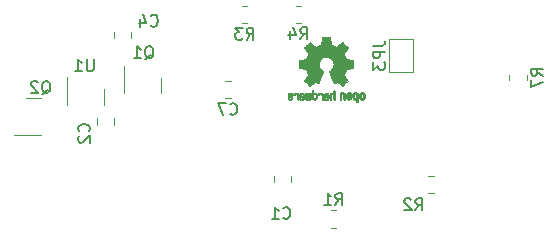
<source format=gbr>
%TF.GenerationSoftware,KiCad,Pcbnew,6.0.11-2627ca5db0~126~ubuntu22.04.1*%
%TF.CreationDate,2023-02-28T18:34:57-05:00*%
%TF.ProjectId,canbus-thermistor,63616e62-7573-42d7-9468-65726d697374,1.0*%
%TF.SameCoordinates,Original*%
%TF.FileFunction,Legend,Bot*%
%TF.FilePolarity,Positive*%
%FSLAX46Y46*%
G04 Gerber Fmt 4.6, Leading zero omitted, Abs format (unit mm)*
G04 Created by KiCad (PCBNEW 6.0.11-2627ca5db0~126~ubuntu22.04.1) date 2023-02-28 18:34:57*
%MOMM*%
%LPD*%
G01*
G04 APERTURE LIST*
%ADD10C,0.150000*%
%ADD11C,0.010000*%
%ADD12C,0.120000*%
G04 APERTURE END LIST*
D10*
%TO.C,C7*%
X78991666Y-84337142D02*
X79039285Y-84384761D01*
X79182142Y-84432380D01*
X79277380Y-84432380D01*
X79420238Y-84384761D01*
X79515476Y-84289523D01*
X79563095Y-84194285D01*
X79610714Y-84003809D01*
X79610714Y-83860952D01*
X79563095Y-83670476D01*
X79515476Y-83575238D01*
X79420238Y-83480000D01*
X79277380Y-83432380D01*
X79182142Y-83432380D01*
X79039285Y-83480000D01*
X78991666Y-83527619D01*
X78658333Y-83432380D02*
X77991666Y-83432380D01*
X78420238Y-84432380D01*
%TO.C,U1*%
X67436904Y-79727380D02*
X67436904Y-80536904D01*
X67389285Y-80632142D01*
X67341666Y-80679761D01*
X67246428Y-80727380D01*
X67055952Y-80727380D01*
X66960714Y-80679761D01*
X66913095Y-80632142D01*
X66865476Y-80536904D01*
X66865476Y-79727380D01*
X65865476Y-80727380D02*
X66436904Y-80727380D01*
X66151190Y-80727380D02*
X66151190Y-79727380D01*
X66246428Y-79870238D01*
X66341666Y-79965476D01*
X66436904Y-80013095D01*
%TO.C,R1*%
X87916666Y-92052380D02*
X88250000Y-91576190D01*
X88488095Y-92052380D02*
X88488095Y-91052380D01*
X88107142Y-91052380D01*
X88011904Y-91100000D01*
X87964285Y-91147619D01*
X87916666Y-91242857D01*
X87916666Y-91385714D01*
X87964285Y-91480952D01*
X88011904Y-91528571D01*
X88107142Y-91576190D01*
X88488095Y-91576190D01*
X86964285Y-92052380D02*
X87535714Y-92052380D01*
X87250000Y-92052380D02*
X87250000Y-91052380D01*
X87345238Y-91195238D01*
X87440476Y-91290476D01*
X87535714Y-91338095D01*
%TO.C,C1*%
X83491666Y-93157142D02*
X83539285Y-93204761D01*
X83682142Y-93252380D01*
X83777380Y-93252380D01*
X83920238Y-93204761D01*
X84015476Y-93109523D01*
X84063095Y-93014285D01*
X84110714Y-92823809D01*
X84110714Y-92680952D01*
X84063095Y-92490476D01*
X84015476Y-92395238D01*
X83920238Y-92300000D01*
X83777380Y-92252380D01*
X83682142Y-92252380D01*
X83539285Y-92300000D01*
X83491666Y-92347619D01*
X82539285Y-93252380D02*
X83110714Y-93252380D01*
X82825000Y-93252380D02*
X82825000Y-92252380D01*
X82920238Y-92395238D01*
X83015476Y-92490476D01*
X83110714Y-92538095D01*
%TO.C,R7*%
X105477380Y-81108333D02*
X105001190Y-80775000D01*
X105477380Y-80536904D02*
X104477380Y-80536904D01*
X104477380Y-80917857D01*
X104525000Y-81013095D01*
X104572619Y-81060714D01*
X104667857Y-81108333D01*
X104810714Y-81108333D01*
X104905952Y-81060714D01*
X104953571Y-81013095D01*
X105001190Y-80917857D01*
X105001190Y-80536904D01*
X104477380Y-81441666D02*
X104477380Y-82108333D01*
X105477380Y-81679761D01*
%TO.C,C4*%
X72266666Y-76857142D02*
X72314285Y-76904761D01*
X72457142Y-76952380D01*
X72552380Y-76952380D01*
X72695238Y-76904761D01*
X72790476Y-76809523D01*
X72838095Y-76714285D01*
X72885714Y-76523809D01*
X72885714Y-76380952D01*
X72838095Y-76190476D01*
X72790476Y-76095238D01*
X72695238Y-76000000D01*
X72552380Y-75952380D01*
X72457142Y-75952380D01*
X72314285Y-76000000D01*
X72266666Y-76047619D01*
X71409523Y-76285714D02*
X71409523Y-76952380D01*
X71647619Y-75904761D02*
X71885714Y-76619047D01*
X71266666Y-76619047D01*
%TO.C,R3*%
X80391666Y-78052380D02*
X80725000Y-77576190D01*
X80963095Y-78052380D02*
X80963095Y-77052380D01*
X80582142Y-77052380D01*
X80486904Y-77100000D01*
X80439285Y-77147619D01*
X80391666Y-77242857D01*
X80391666Y-77385714D01*
X80439285Y-77480952D01*
X80486904Y-77528571D01*
X80582142Y-77576190D01*
X80963095Y-77576190D01*
X80058333Y-77052380D02*
X79439285Y-77052380D01*
X79772619Y-77433333D01*
X79629761Y-77433333D01*
X79534523Y-77480952D01*
X79486904Y-77528571D01*
X79439285Y-77623809D01*
X79439285Y-77861904D01*
X79486904Y-77957142D01*
X79534523Y-78004761D01*
X79629761Y-78052380D01*
X79915476Y-78052380D01*
X80010714Y-78004761D01*
X80058333Y-77957142D01*
%TO.C,C2*%
X67032142Y-85833333D02*
X67079761Y-85785714D01*
X67127380Y-85642857D01*
X67127380Y-85547619D01*
X67079761Y-85404761D01*
X66984523Y-85309523D01*
X66889285Y-85261904D01*
X66698809Y-85214285D01*
X66555952Y-85214285D01*
X66365476Y-85261904D01*
X66270238Y-85309523D01*
X66175000Y-85404761D01*
X66127380Y-85547619D01*
X66127380Y-85642857D01*
X66175000Y-85785714D01*
X66222619Y-85833333D01*
X66222619Y-86214285D02*
X66175000Y-86261904D01*
X66127380Y-86357142D01*
X66127380Y-86595238D01*
X66175000Y-86690476D01*
X66222619Y-86738095D01*
X66317857Y-86785714D01*
X66413095Y-86785714D01*
X66555952Y-86738095D01*
X67127380Y-86166666D01*
X67127380Y-86785714D01*
%TO.C,Q2*%
X63045238Y-82672619D02*
X63140476Y-82625000D01*
X63235714Y-82529761D01*
X63378571Y-82386904D01*
X63473809Y-82339285D01*
X63569047Y-82339285D01*
X63521428Y-82577380D02*
X63616666Y-82529761D01*
X63711904Y-82434523D01*
X63759523Y-82244047D01*
X63759523Y-81910714D01*
X63711904Y-81720238D01*
X63616666Y-81625000D01*
X63521428Y-81577380D01*
X63330952Y-81577380D01*
X63235714Y-81625000D01*
X63140476Y-81720238D01*
X63092857Y-81910714D01*
X63092857Y-82244047D01*
X63140476Y-82434523D01*
X63235714Y-82529761D01*
X63330952Y-82577380D01*
X63521428Y-82577380D01*
X62711904Y-81672619D02*
X62664285Y-81625000D01*
X62569047Y-81577380D01*
X62330952Y-81577380D01*
X62235714Y-81625000D01*
X62188095Y-81672619D01*
X62140476Y-81767857D01*
X62140476Y-81863095D01*
X62188095Y-82005952D01*
X62759523Y-82577380D01*
X62140476Y-82577380D01*
%TO.C,R4*%
X84941666Y-78027380D02*
X85275000Y-77551190D01*
X85513095Y-78027380D02*
X85513095Y-77027380D01*
X85132142Y-77027380D01*
X85036904Y-77075000D01*
X84989285Y-77122619D01*
X84941666Y-77217857D01*
X84941666Y-77360714D01*
X84989285Y-77455952D01*
X85036904Y-77503571D01*
X85132142Y-77551190D01*
X85513095Y-77551190D01*
X84084523Y-77360714D02*
X84084523Y-78027380D01*
X84322619Y-76979761D02*
X84560714Y-77694047D01*
X83941666Y-77694047D01*
%TO.C,Q1*%
X71770238Y-79722619D02*
X71865476Y-79675000D01*
X71960714Y-79579761D01*
X72103571Y-79436904D01*
X72198809Y-79389285D01*
X72294047Y-79389285D01*
X72246428Y-79627380D02*
X72341666Y-79579761D01*
X72436904Y-79484523D01*
X72484523Y-79294047D01*
X72484523Y-78960714D01*
X72436904Y-78770238D01*
X72341666Y-78675000D01*
X72246428Y-78627380D01*
X72055952Y-78627380D01*
X71960714Y-78675000D01*
X71865476Y-78770238D01*
X71817857Y-78960714D01*
X71817857Y-79294047D01*
X71865476Y-79484523D01*
X71960714Y-79579761D01*
X72055952Y-79627380D01*
X72246428Y-79627380D01*
X70865476Y-79627380D02*
X71436904Y-79627380D01*
X71151190Y-79627380D02*
X71151190Y-78627380D01*
X71246428Y-78770238D01*
X71341666Y-78865476D01*
X71436904Y-78913095D01*
%TO.C,JP3*%
X91127380Y-78591666D02*
X91841666Y-78591666D01*
X91984523Y-78544047D01*
X92079761Y-78448809D01*
X92127380Y-78305952D01*
X92127380Y-78210714D01*
X92127380Y-79067857D02*
X91127380Y-79067857D01*
X91127380Y-79448809D01*
X91175000Y-79544047D01*
X91222619Y-79591666D01*
X91317857Y-79639285D01*
X91460714Y-79639285D01*
X91555952Y-79591666D01*
X91603571Y-79544047D01*
X91651190Y-79448809D01*
X91651190Y-79067857D01*
X91127380Y-79972619D02*
X91127380Y-80591666D01*
X91508333Y-80258333D01*
X91508333Y-80401190D01*
X91555952Y-80496428D01*
X91603571Y-80544047D01*
X91698809Y-80591666D01*
X91936904Y-80591666D01*
X92032142Y-80544047D01*
X92079761Y-80496428D01*
X92127380Y-80401190D01*
X92127380Y-80115476D01*
X92079761Y-80020238D01*
X92032142Y-79972619D01*
%TO.C,R2*%
X94691666Y-92502380D02*
X95025000Y-92026190D01*
X95263095Y-92502380D02*
X95263095Y-91502380D01*
X94882142Y-91502380D01*
X94786904Y-91550000D01*
X94739285Y-91597619D01*
X94691666Y-91692857D01*
X94691666Y-91835714D01*
X94739285Y-91930952D01*
X94786904Y-91978571D01*
X94882142Y-92026190D01*
X95263095Y-92026190D01*
X94310714Y-91597619D02*
X94263095Y-91550000D01*
X94167857Y-91502380D01*
X93929761Y-91502380D01*
X93834523Y-91550000D01*
X93786904Y-91597619D01*
X93739285Y-91692857D01*
X93739285Y-91788095D01*
X93786904Y-91930952D01*
X94358333Y-92502380D01*
X93739285Y-92502380D01*
%TO.C,REF\u002A\u002A*%
G36*
X85778941Y-82549282D02*
G01*
X85810774Y-82561758D01*
X85847743Y-82578602D01*
X85847743Y-83065196D01*
X85801812Y-83111127D01*
X85791320Y-83121427D01*
X85762255Y-83144320D01*
X85732943Y-83151735D01*
X85689326Y-83148321D01*
X85671568Y-83146114D01*
X85625767Y-83141445D01*
X85593743Y-83139585D01*
X85584244Y-83139869D01*
X85545274Y-83142948D01*
X85498160Y-83148321D01*
X85483085Y-83150168D01*
X85445110Y-83150893D01*
X85417325Y-83139429D01*
X85385674Y-83111127D01*
X85339743Y-83065196D01*
X85339743Y-82805055D01*
X85340101Y-82728180D01*
X85341216Y-82654886D01*
X85342952Y-82596850D01*
X85345167Y-82558663D01*
X85347721Y-82544914D01*
X85348256Y-82544951D01*
X85366808Y-82551793D01*
X85398153Y-82566868D01*
X85440608Y-82588822D01*
X85444604Y-82817240D01*
X85448600Y-83045657D01*
X85535686Y-83045657D01*
X85539657Y-82795286D01*
X85540916Y-82727227D01*
X85542718Y-82654482D01*
X85544671Y-82596730D01*
X85546612Y-82558648D01*
X85548377Y-82544914D01*
X85548885Y-82544962D01*
X85566482Y-82550015D01*
X85598834Y-82560849D01*
X85644543Y-82576783D01*
X85644765Y-82796706D01*
X85644988Y-82834909D01*
X85646531Y-82909146D01*
X85649292Y-82971145D01*
X85652977Y-83015308D01*
X85657292Y-83036041D01*
X85672732Y-83047131D01*
X85704241Y-83050556D01*
X85738886Y-83045657D01*
X85742857Y-82795286D01*
X85744278Y-82731663D01*
X85747225Y-82656356D01*
X85751079Y-82597286D01*
X85755542Y-82558718D01*
X85760317Y-82544914D01*
X85778941Y-82549282D01*
G37*
D11*
X85778941Y-82549282D02*
X85810774Y-82561758D01*
X85847743Y-82578602D01*
X85847743Y-83065196D01*
X85801812Y-83111127D01*
X85791320Y-83121427D01*
X85762255Y-83144320D01*
X85732943Y-83151735D01*
X85689326Y-83148321D01*
X85671568Y-83146114D01*
X85625767Y-83141445D01*
X85593743Y-83139585D01*
X85584244Y-83139869D01*
X85545274Y-83142948D01*
X85498160Y-83148321D01*
X85483085Y-83150168D01*
X85445110Y-83150893D01*
X85417325Y-83139429D01*
X85385674Y-83111127D01*
X85339743Y-83065196D01*
X85339743Y-82805055D01*
X85340101Y-82728180D01*
X85341216Y-82654886D01*
X85342952Y-82596850D01*
X85345167Y-82558663D01*
X85347721Y-82544914D01*
X85348256Y-82544951D01*
X85366808Y-82551793D01*
X85398153Y-82566868D01*
X85440608Y-82588822D01*
X85444604Y-82817240D01*
X85448600Y-83045657D01*
X85535686Y-83045657D01*
X85539657Y-82795286D01*
X85540916Y-82727227D01*
X85542718Y-82654482D01*
X85544671Y-82596730D01*
X85546612Y-82558648D01*
X85548377Y-82544914D01*
X85548885Y-82544962D01*
X85566482Y-82550015D01*
X85598834Y-82560849D01*
X85644543Y-82576783D01*
X85644765Y-82796706D01*
X85644988Y-82834909D01*
X85646531Y-82909146D01*
X85649292Y-82971145D01*
X85652977Y-83015308D01*
X85657292Y-83036041D01*
X85672732Y-83047131D01*
X85704241Y-83050556D01*
X85738886Y-83045657D01*
X85742857Y-82795286D01*
X85744278Y-82731663D01*
X85747225Y-82656356D01*
X85751079Y-82597286D01*
X85755542Y-82558718D01*
X85760317Y-82544914D01*
X85778941Y-82549282D01*
G36*
X90390701Y-82850935D02*
G01*
X90389914Y-82921119D01*
X90387210Y-82970022D01*
X90381606Y-83004178D01*
X90372119Y-83030124D01*
X90357768Y-83054397D01*
X90354237Y-83059433D01*
X90316878Y-83099143D01*
X90274311Y-83129092D01*
X90252452Y-83138810D01*
X90173908Y-83155020D01*
X90096231Y-83144535D01*
X90024645Y-83108707D01*
X89964374Y-83048887D01*
X89959286Y-83040873D01*
X89942730Y-82994342D01*
X89931573Y-82929552D01*
X89926160Y-82854727D01*
X89926768Y-82785513D01*
X90073248Y-82785513D01*
X90074402Y-82881399D01*
X90074866Y-82887569D01*
X90081629Y-82940478D01*
X90093671Y-82974029D01*
X90114005Y-82997016D01*
X90148097Y-83018548D01*
X90181814Y-83019680D01*
X90216543Y-82994857D01*
X90222584Y-82988325D01*
X90234417Y-82968779D01*
X90241404Y-82940386D01*
X90244727Y-82896430D01*
X90245571Y-82830192D01*
X90244125Y-82768150D01*
X90236907Y-82709042D01*
X90222006Y-82671686D01*
X90197636Y-82652152D01*
X90162008Y-82646514D01*
X90148440Y-82647635D01*
X90110430Y-82668194D01*
X90085312Y-82714299D01*
X90073248Y-82785513D01*
X89926768Y-82785513D01*
X89926833Y-82778096D01*
X89933937Y-82707882D01*
X89947815Y-82652312D01*
X89965649Y-82615301D01*
X90015855Y-82557733D01*
X90083885Y-82521962D01*
X90167158Y-82509665D01*
X90189398Y-82510331D01*
X90254891Y-82523947D01*
X90308687Y-82558249D01*
X90358057Y-82617338D01*
X90360995Y-82621722D01*
X90374287Y-82645299D01*
X90382932Y-82671949D01*
X90387904Y-82708159D01*
X90390174Y-82760413D01*
X90390678Y-82830192D01*
X90390714Y-82835200D01*
X90390701Y-82850935D01*
G37*
X90390701Y-82850935D02*
X90389914Y-82921119D01*
X90387210Y-82970022D01*
X90381606Y-83004178D01*
X90372119Y-83030124D01*
X90357768Y-83054397D01*
X90354237Y-83059433D01*
X90316878Y-83099143D01*
X90274311Y-83129092D01*
X90252452Y-83138810D01*
X90173908Y-83155020D01*
X90096231Y-83144535D01*
X90024645Y-83108707D01*
X89964374Y-83048887D01*
X89959286Y-83040873D01*
X89942730Y-82994342D01*
X89931573Y-82929552D01*
X89926160Y-82854727D01*
X89926768Y-82785513D01*
X90073248Y-82785513D01*
X90074402Y-82881399D01*
X90074866Y-82887569D01*
X90081629Y-82940478D01*
X90093671Y-82974029D01*
X90114005Y-82997016D01*
X90148097Y-83018548D01*
X90181814Y-83019680D01*
X90216543Y-82994857D01*
X90222584Y-82988325D01*
X90234417Y-82968779D01*
X90241404Y-82940386D01*
X90244727Y-82896430D01*
X90245571Y-82830192D01*
X90244125Y-82768150D01*
X90236907Y-82709042D01*
X90222006Y-82671686D01*
X90197636Y-82652152D01*
X90162008Y-82646514D01*
X90148440Y-82647635D01*
X90110430Y-82668194D01*
X90085312Y-82714299D01*
X90073248Y-82785513D01*
X89926768Y-82785513D01*
X89926833Y-82778096D01*
X89933937Y-82707882D01*
X89947815Y-82652312D01*
X89965649Y-82615301D01*
X90015855Y-82557733D01*
X90083885Y-82521962D01*
X90167158Y-82509665D01*
X90189398Y-82510331D01*
X90254891Y-82523947D01*
X90308687Y-82558249D01*
X90358057Y-82617338D01*
X90360995Y-82621722D01*
X90374287Y-82645299D01*
X90382932Y-82671949D01*
X90387904Y-82708159D01*
X90390174Y-82760413D01*
X90390678Y-82830192D01*
X90390714Y-82835200D01*
X90390701Y-82850935D01*
G36*
X84265307Y-82891305D02*
G01*
X84261762Y-82967521D01*
X84252483Y-83023294D01*
X84235375Y-83064613D01*
X84208344Y-83097467D01*
X84169292Y-83127846D01*
X84144445Y-83141660D01*
X84104615Y-83150965D01*
X84048665Y-83150230D01*
X84017385Y-83147283D01*
X83979653Y-83138283D01*
X83949494Y-83118720D01*
X83914408Y-83082267D01*
X83909720Y-83076943D01*
X83878177Y-83035969D01*
X83863128Y-83000283D01*
X83859286Y-82957966D01*
X83859286Y-82895779D01*
X83902742Y-82912182D01*
X83934424Y-82931356D01*
X83961962Y-82976347D01*
X83967711Y-82990752D01*
X83999855Y-83031546D01*
X84043611Y-83052081D01*
X84091254Y-83050235D01*
X84135057Y-83023886D01*
X84150111Y-83007455D01*
X84163763Y-82982667D01*
X84159493Y-82960144D01*
X84134916Y-82936964D01*
X84087651Y-82910202D01*
X84015314Y-82876934D01*
X83866543Y-82811816D01*
X83862595Y-82747308D01*
X83864079Y-82706220D01*
X83961010Y-82706220D01*
X83968368Y-82731657D01*
X84001848Y-82758814D01*
X84062614Y-82789714D01*
X84072669Y-82794190D01*
X84120751Y-82815017D01*
X84156726Y-82829665D01*
X84173444Y-82835200D01*
X84175977Y-82831126D01*
X84176993Y-82806247D01*
X84173369Y-82766257D01*
X84164242Y-82727152D01*
X84135773Y-82677884D01*
X84094678Y-82650122D01*
X84045590Y-82646364D01*
X83993144Y-82669109D01*
X83978609Y-82680481D01*
X83961010Y-82706220D01*
X83864079Y-82706220D01*
X83864338Y-82699064D01*
X83886281Y-82638096D01*
X83913979Y-82604497D01*
X83971405Y-82566966D01*
X84039527Y-82548006D01*
X84109947Y-82549507D01*
X84174267Y-82573355D01*
X84188426Y-82582513D01*
X84220904Y-82610849D01*
X84243116Y-82646695D01*
X84256804Y-82695384D01*
X84263715Y-82762249D01*
X84264628Y-82806247D01*
X84265590Y-82852622D01*
X84265307Y-82891305D01*
G37*
X84265307Y-82891305D02*
X84261762Y-82967521D01*
X84252483Y-83023294D01*
X84235375Y-83064613D01*
X84208344Y-83097467D01*
X84169292Y-83127846D01*
X84144445Y-83141660D01*
X84104615Y-83150965D01*
X84048665Y-83150230D01*
X84017385Y-83147283D01*
X83979653Y-83138283D01*
X83949494Y-83118720D01*
X83914408Y-83082267D01*
X83909720Y-83076943D01*
X83878177Y-83035969D01*
X83863128Y-83000283D01*
X83859286Y-82957966D01*
X83859286Y-82895779D01*
X83902742Y-82912182D01*
X83934424Y-82931356D01*
X83961962Y-82976347D01*
X83967711Y-82990752D01*
X83999855Y-83031546D01*
X84043611Y-83052081D01*
X84091254Y-83050235D01*
X84135057Y-83023886D01*
X84150111Y-83007455D01*
X84163763Y-82982667D01*
X84159493Y-82960144D01*
X84134916Y-82936964D01*
X84087651Y-82910202D01*
X84015314Y-82876934D01*
X83866543Y-82811816D01*
X83862595Y-82747308D01*
X83864079Y-82706220D01*
X83961010Y-82706220D01*
X83968368Y-82731657D01*
X84001848Y-82758814D01*
X84062614Y-82789714D01*
X84072669Y-82794190D01*
X84120751Y-82815017D01*
X84156726Y-82829665D01*
X84173444Y-82835200D01*
X84175977Y-82831126D01*
X84176993Y-82806247D01*
X84173369Y-82766257D01*
X84164242Y-82727152D01*
X84135773Y-82677884D01*
X84094678Y-82650122D01*
X84045590Y-82646364D01*
X83993144Y-82669109D01*
X83978609Y-82680481D01*
X83961010Y-82706220D01*
X83864079Y-82706220D01*
X83864338Y-82699064D01*
X83886281Y-82638096D01*
X83913979Y-82604497D01*
X83971405Y-82566966D01*
X84039527Y-82548006D01*
X84109947Y-82549507D01*
X84174267Y-82573355D01*
X84188426Y-82582513D01*
X84220904Y-82610849D01*
X84243116Y-82646695D01*
X84256804Y-82695384D01*
X84263715Y-82762249D01*
X84264628Y-82806247D01*
X84265590Y-82852622D01*
X84265307Y-82891305D01*
G36*
X88556020Y-82517822D02*
G01*
X88623810Y-82549680D01*
X88679366Y-82604770D01*
X88690881Y-82622016D01*
X88700432Y-82641562D01*
X88707206Y-82666198D01*
X88711819Y-82700711D01*
X88714888Y-82749889D01*
X88717029Y-82818519D01*
X88718859Y-82911389D01*
X88723404Y-83169007D01*
X88685225Y-83154491D01*
X88650268Y-83141156D01*
X88624097Y-83128323D01*
X88607013Y-83111780D01*
X88597086Y-83086465D01*
X88592386Y-83047316D01*
X88590982Y-82989268D01*
X88590943Y-82907261D01*
X88590744Y-82841895D01*
X88589559Y-82779173D01*
X88586729Y-82736334D01*
X88581609Y-82708220D01*
X88573553Y-82689675D01*
X88561914Y-82675543D01*
X88533303Y-82655600D01*
X88485239Y-82648083D01*
X88437688Y-82667079D01*
X88434550Y-82669511D01*
X88424769Y-82680748D01*
X88417553Y-82698770D01*
X88412299Y-82728026D01*
X88408402Y-82772962D01*
X88405256Y-82838028D01*
X88402257Y-82927670D01*
X88395000Y-83167697D01*
X88333314Y-83140044D01*
X88271629Y-83112391D01*
X88271629Y-82893246D01*
X88271884Y-82833711D01*
X88274086Y-82750892D01*
X88279661Y-82689227D01*
X88289941Y-82643748D01*
X88306258Y-82609484D01*
X88329943Y-82581466D01*
X88362328Y-82554723D01*
X88408907Y-82527780D01*
X88482287Y-82510191D01*
X88556020Y-82517822D01*
G37*
X88556020Y-82517822D02*
X88623810Y-82549680D01*
X88679366Y-82604770D01*
X88690881Y-82622016D01*
X88700432Y-82641562D01*
X88707206Y-82666198D01*
X88711819Y-82700711D01*
X88714888Y-82749889D01*
X88717029Y-82818519D01*
X88718859Y-82911389D01*
X88723404Y-83169007D01*
X88685225Y-83154491D01*
X88650268Y-83141156D01*
X88624097Y-83128323D01*
X88607013Y-83111780D01*
X88597086Y-83086465D01*
X88592386Y-83047316D01*
X88590982Y-82989268D01*
X88590943Y-82907261D01*
X88590744Y-82841895D01*
X88589559Y-82779173D01*
X88586729Y-82736334D01*
X88581609Y-82708220D01*
X88573553Y-82689675D01*
X88561914Y-82675543D01*
X88533303Y-82655600D01*
X88485239Y-82648083D01*
X88437688Y-82667079D01*
X88434550Y-82669511D01*
X88424769Y-82680748D01*
X88417553Y-82698770D01*
X88412299Y-82728026D01*
X88408402Y-82772962D01*
X88405256Y-82838028D01*
X88402257Y-82927670D01*
X88395000Y-83167697D01*
X88333314Y-83140044D01*
X88271629Y-83112391D01*
X88271629Y-82893246D01*
X88271884Y-82833711D01*
X88274086Y-82750892D01*
X88279661Y-82689227D01*
X88289941Y-82643748D01*
X88306258Y-82609484D01*
X88329943Y-82581466D01*
X88362328Y-82554723D01*
X88408907Y-82527780D01*
X88482287Y-82510191D01*
X88556020Y-82517822D01*
G36*
X84607829Y-82551097D02*
G01*
X84667753Y-82573355D01*
X84692673Y-82590080D01*
X84717910Y-82614043D01*
X84735912Y-82644526D01*
X84747858Y-82686023D01*
X84754930Y-82743032D01*
X84758308Y-82820047D01*
X84759171Y-82921565D01*
X84759002Y-82974027D01*
X84758153Y-83045715D01*
X84756711Y-83102925D01*
X84754814Y-83140809D01*
X84752597Y-83154514D01*
X84738172Y-83149981D01*
X84709054Y-83137670D01*
X84708181Y-83137272D01*
X84693060Y-83129356D01*
X84682891Y-83118495D01*
X84676691Y-83099471D01*
X84673478Y-83067069D01*
X84672270Y-83016071D01*
X84672086Y-82941261D01*
X84671714Y-82893804D01*
X84667750Y-82804615D01*
X84658673Y-82739287D01*
X84643524Y-82694393D01*
X84621345Y-82666507D01*
X84591175Y-82652203D01*
X84586990Y-82651206D01*
X84530480Y-82650427D01*
X84486410Y-82675744D01*
X84455972Y-82726502D01*
X84450544Y-82741175D01*
X84438171Y-82773649D01*
X84431905Y-82788572D01*
X84419036Y-82786516D01*
X84390933Y-82775357D01*
X84364721Y-82756927D01*
X84352771Y-82722098D01*
X84356336Y-82697151D01*
X84378235Y-82646547D01*
X84413644Y-82599128D01*
X84455052Y-82566334D01*
X84472400Y-82558752D01*
X84538089Y-82546076D01*
X84607829Y-82551097D01*
G37*
X84607829Y-82551097D02*
X84667753Y-82573355D01*
X84692673Y-82590080D01*
X84717910Y-82614043D01*
X84735912Y-82644526D01*
X84747858Y-82686023D01*
X84754930Y-82743032D01*
X84758308Y-82820047D01*
X84759171Y-82921565D01*
X84759002Y-82974027D01*
X84758153Y-83045715D01*
X84756711Y-83102925D01*
X84754814Y-83140809D01*
X84752597Y-83154514D01*
X84738172Y-83149981D01*
X84709054Y-83137670D01*
X84708181Y-83137272D01*
X84693060Y-83129356D01*
X84682891Y-83118495D01*
X84676691Y-83099471D01*
X84673478Y-83067069D01*
X84672270Y-83016071D01*
X84672086Y-82941261D01*
X84671714Y-82893804D01*
X84667750Y-82804615D01*
X84658673Y-82739287D01*
X84643524Y-82694393D01*
X84621345Y-82666507D01*
X84591175Y-82652203D01*
X84586990Y-82651206D01*
X84530480Y-82650427D01*
X84486410Y-82675744D01*
X84455972Y-82726502D01*
X84450544Y-82741175D01*
X84438171Y-82773649D01*
X84431905Y-82788572D01*
X84419036Y-82786516D01*
X84390933Y-82775357D01*
X84364721Y-82756927D01*
X84352771Y-82722098D01*
X84356336Y-82697151D01*
X84378235Y-82646547D01*
X84413644Y-82599128D01*
X84455052Y-82566334D01*
X84472400Y-82558752D01*
X84538089Y-82546076D01*
X84607829Y-82551097D01*
G36*
X86354537Y-82906313D02*
G01*
X86346345Y-82983462D01*
X86328519Y-83041276D01*
X86298975Y-83085422D01*
X86255625Y-83121568D01*
X86214332Y-83142463D01*
X86144987Y-83154090D01*
X86075736Y-83141377D01*
X86013145Y-83105945D01*
X85963779Y-83049418D01*
X85957818Y-83038995D01*
X85949945Y-83020733D01*
X85944106Y-82997429D01*
X85939999Y-82965085D01*
X85937325Y-82919704D01*
X85935781Y-82857287D01*
X85935734Y-82851748D01*
X86036429Y-82851748D01*
X86036772Y-82904577D01*
X86038942Y-82952362D01*
X86044307Y-82983209D01*
X86054217Y-83003935D01*
X86070021Y-83021356D01*
X86073724Y-83024705D01*
X86121299Y-83049419D01*
X86171635Y-83046890D01*
X86218517Y-83017288D01*
X86232477Y-83001953D01*
X86244160Y-82981622D01*
X86250686Y-82953514D01*
X86253524Y-82910550D01*
X86254143Y-82845647D01*
X86253837Y-82796122D01*
X86251722Y-82747782D01*
X86246390Y-82716587D01*
X86236460Y-82695647D01*
X86220550Y-82678073D01*
X86211204Y-82670159D01*
X86162776Y-82648843D01*
X86112040Y-82652198D01*
X86067987Y-82680107D01*
X86058504Y-82691173D01*
X86046939Y-82712009D01*
X86040252Y-82741106D01*
X86037173Y-82785381D01*
X86036429Y-82851748D01*
X85935734Y-82851748D01*
X85935067Y-82773837D01*
X85934883Y-82665358D01*
X85934829Y-82328601D01*
X85982000Y-82348362D01*
X85994472Y-82353770D01*
X86014324Y-82365985D01*
X86025687Y-82384482D01*
X86031933Y-82416829D01*
X86036429Y-82470593D01*
X86040535Y-82518866D01*
X86045963Y-82550557D01*
X86053739Y-82562383D01*
X86065457Y-82559212D01*
X86095318Y-82548067D01*
X86148684Y-82545304D01*
X86206093Y-82555625D01*
X86255625Y-82577861D01*
X86282876Y-82598443D01*
X86317865Y-82638600D01*
X86340274Y-82690086D01*
X86352190Y-82758568D01*
X86355542Y-82845647D01*
X86355698Y-82849714D01*
X86354537Y-82906313D01*
G37*
X86354537Y-82906313D02*
X86346345Y-82983462D01*
X86328519Y-83041276D01*
X86298975Y-83085422D01*
X86255625Y-83121568D01*
X86214332Y-83142463D01*
X86144987Y-83154090D01*
X86075736Y-83141377D01*
X86013145Y-83105945D01*
X85963779Y-83049418D01*
X85957818Y-83038995D01*
X85949945Y-83020733D01*
X85944106Y-82997429D01*
X85939999Y-82965085D01*
X85937325Y-82919704D01*
X85935781Y-82857287D01*
X85935734Y-82851748D01*
X86036429Y-82851748D01*
X86036772Y-82904577D01*
X86038942Y-82952362D01*
X86044307Y-82983209D01*
X86054217Y-83003935D01*
X86070021Y-83021356D01*
X86073724Y-83024705D01*
X86121299Y-83049419D01*
X86171635Y-83046890D01*
X86218517Y-83017288D01*
X86232477Y-83001953D01*
X86244160Y-82981622D01*
X86250686Y-82953514D01*
X86253524Y-82910550D01*
X86254143Y-82845647D01*
X86253837Y-82796122D01*
X86251722Y-82747782D01*
X86246390Y-82716587D01*
X86236460Y-82695647D01*
X86220550Y-82678073D01*
X86211204Y-82670159D01*
X86162776Y-82648843D01*
X86112040Y-82652198D01*
X86067987Y-82680107D01*
X86058504Y-82691173D01*
X86046939Y-82712009D01*
X86040252Y-82741106D01*
X86037173Y-82785381D01*
X86036429Y-82851748D01*
X85935734Y-82851748D01*
X85935067Y-82773837D01*
X85934883Y-82665358D01*
X85934829Y-82328601D01*
X85982000Y-82348362D01*
X85994472Y-82353770D01*
X86014324Y-82365985D01*
X86025687Y-82384482D01*
X86031933Y-82416829D01*
X86036429Y-82470593D01*
X86040535Y-82518866D01*
X86045963Y-82550557D01*
X86053739Y-82562383D01*
X86065457Y-82559212D01*
X86095318Y-82548067D01*
X86148684Y-82545304D01*
X86206093Y-82555625D01*
X86255625Y-82577861D01*
X86282876Y-82598443D01*
X86317865Y-82638600D01*
X86340274Y-82690086D01*
X86352190Y-82758568D01*
X86355542Y-82845647D01*
X86355698Y-82849714D01*
X86354537Y-82906313D01*
G36*
X87803543Y-82349444D02*
G01*
X87850714Y-82369342D01*
X87850714Y-82766509D01*
X87850519Y-82869498D01*
X87849998Y-82962141D01*
X87849199Y-83040700D01*
X87848172Y-83101439D01*
X87846963Y-83140623D01*
X87845623Y-83154514D01*
X87845099Y-83154468D01*
X87827287Y-83149420D01*
X87794823Y-83138580D01*
X87749114Y-83122646D01*
X87749114Y-82918173D01*
X87748824Y-82837832D01*
X87747474Y-82779562D01*
X87744369Y-82739909D01*
X87738812Y-82713618D01*
X87730107Y-82695436D01*
X87717556Y-82680107D01*
X87708999Y-82671955D01*
X87662728Y-82649375D01*
X87611728Y-82651375D01*
X87564993Y-82678073D01*
X87558189Y-82684698D01*
X87547293Y-82698456D01*
X87539836Y-82716642D01*
X87535169Y-82744177D01*
X87532642Y-82785981D01*
X87531602Y-82846973D01*
X87531400Y-82932073D01*
X87531303Y-82975234D01*
X87530674Y-83046224D01*
X87529556Y-83103076D01*
X87528063Y-83140828D01*
X87526309Y-83154514D01*
X87525785Y-83154468D01*
X87507973Y-83149420D01*
X87475509Y-83138580D01*
X87429800Y-83122646D01*
X87429823Y-82917237D01*
X87429857Y-82898951D01*
X87431778Y-82803626D01*
X87437678Y-82731543D01*
X87449001Y-82677813D01*
X87467187Y-82637549D01*
X87493679Y-82605861D01*
X87529918Y-82577861D01*
X87565263Y-82560333D01*
X87621773Y-82546785D01*
X87677356Y-82546015D01*
X87720086Y-82559195D01*
X87723298Y-82561015D01*
X87733205Y-82560820D01*
X87739975Y-82545572D01*
X87744861Y-82510613D01*
X87749114Y-82451289D01*
X87756371Y-82329547D01*
X87803543Y-82349444D01*
G37*
X87803543Y-82349444D02*
X87850714Y-82369342D01*
X87850714Y-82766509D01*
X87850519Y-82869498D01*
X87849998Y-82962141D01*
X87849199Y-83040700D01*
X87848172Y-83101439D01*
X87846963Y-83140623D01*
X87845623Y-83154514D01*
X87845099Y-83154468D01*
X87827287Y-83149420D01*
X87794823Y-83138580D01*
X87749114Y-83122646D01*
X87749114Y-82918173D01*
X87748824Y-82837832D01*
X87747474Y-82779562D01*
X87744369Y-82739909D01*
X87738812Y-82713618D01*
X87730107Y-82695436D01*
X87717556Y-82680107D01*
X87708999Y-82671955D01*
X87662728Y-82649375D01*
X87611728Y-82651375D01*
X87564993Y-82678073D01*
X87558189Y-82684698D01*
X87547293Y-82698456D01*
X87539836Y-82716642D01*
X87535169Y-82744177D01*
X87532642Y-82785981D01*
X87531602Y-82846973D01*
X87531400Y-82932073D01*
X87531303Y-82975234D01*
X87530674Y-83046224D01*
X87529556Y-83103076D01*
X87528063Y-83140828D01*
X87526309Y-83154514D01*
X87525785Y-83154468D01*
X87507973Y-83149420D01*
X87475509Y-83138580D01*
X87429800Y-83122646D01*
X87429823Y-82917237D01*
X87429857Y-82898951D01*
X87431778Y-82803626D01*
X87437678Y-82731543D01*
X87449001Y-82677813D01*
X87467187Y-82637549D01*
X87493679Y-82605861D01*
X87529918Y-82577861D01*
X87565263Y-82560333D01*
X87621773Y-82546785D01*
X87677356Y-82546015D01*
X87720086Y-82559195D01*
X87723298Y-82561015D01*
X87733205Y-82560820D01*
X87739975Y-82545572D01*
X87744861Y-82510613D01*
X87749114Y-82451289D01*
X87756371Y-82329547D01*
X87803543Y-82349444D01*
G36*
X87214483Y-82560569D02*
G01*
X87264376Y-82589661D01*
X87286325Y-82612327D01*
X87328504Y-82680082D01*
X87342714Y-82753950D01*
X87342714Y-82804770D01*
X87295999Y-82785128D01*
X87263692Y-82765308D01*
X87238231Y-82724160D01*
X87235616Y-82715675D01*
X87207478Y-82672451D01*
X87165067Y-82649103D01*
X87116370Y-82648100D01*
X87069373Y-82671914D01*
X87062357Y-82678056D01*
X87038893Y-82704745D01*
X87035019Y-82728014D01*
X87052768Y-82750862D01*
X87094179Y-82776287D01*
X87161286Y-82807288D01*
X87165824Y-82809252D01*
X87240322Y-82843990D01*
X87291203Y-82874763D01*
X87322525Y-82905488D01*
X87338343Y-82940082D01*
X87342714Y-82982462D01*
X87336986Y-83029446D01*
X87308062Y-83089585D01*
X87257178Y-83132788D01*
X87220374Y-83145759D01*
X87168434Y-83152856D01*
X87117999Y-83151340D01*
X87081983Y-83140632D01*
X87078158Y-83137966D01*
X87067998Y-83119337D01*
X87075048Y-83086505D01*
X87087297Y-83060735D01*
X87106939Y-83050006D01*
X87144191Y-83050539D01*
X87195908Y-83047462D01*
X87229701Y-83026212D01*
X87241114Y-82986877D01*
X87241104Y-82985747D01*
X87234187Y-82962913D01*
X87210659Y-82941963D01*
X87164914Y-82917815D01*
X87102704Y-82888741D01*
X87061499Y-82872925D01*
X87037712Y-82873944D01*
X87026597Y-82894837D01*
X87023408Y-82938641D01*
X87023400Y-83008393D01*
X87023044Y-83051452D01*
X87021413Y-83104626D01*
X87018761Y-83141022D01*
X87015422Y-83154514D01*
X87014530Y-83154423D01*
X86995237Y-83147110D01*
X86963284Y-83131678D01*
X86919124Y-83108842D01*
X86924371Y-82903078D01*
X86924736Y-82889432D01*
X86928904Y-82793651D01*
X86936268Y-82721462D01*
X86948330Y-82668058D01*
X86966593Y-82628633D01*
X86992560Y-82598380D01*
X87027733Y-82572493D01*
X87028384Y-82572087D01*
X87085256Y-82550968D01*
X87151033Y-82547400D01*
X87214483Y-82560569D01*
G37*
X87214483Y-82560569D02*
X87264376Y-82589661D01*
X87286325Y-82612327D01*
X87328504Y-82680082D01*
X87342714Y-82753950D01*
X87342714Y-82804770D01*
X87295999Y-82785128D01*
X87263692Y-82765308D01*
X87238231Y-82724160D01*
X87235616Y-82715675D01*
X87207478Y-82672451D01*
X87165067Y-82649103D01*
X87116370Y-82648100D01*
X87069373Y-82671914D01*
X87062357Y-82678056D01*
X87038893Y-82704745D01*
X87035019Y-82728014D01*
X87052768Y-82750862D01*
X87094179Y-82776287D01*
X87161286Y-82807288D01*
X87165824Y-82809252D01*
X87240322Y-82843990D01*
X87291203Y-82874763D01*
X87322525Y-82905488D01*
X87338343Y-82940082D01*
X87342714Y-82982462D01*
X87336986Y-83029446D01*
X87308062Y-83089585D01*
X87257178Y-83132788D01*
X87220374Y-83145759D01*
X87168434Y-83152856D01*
X87117999Y-83151340D01*
X87081983Y-83140632D01*
X87078158Y-83137966D01*
X87067998Y-83119337D01*
X87075048Y-83086505D01*
X87087297Y-83060735D01*
X87106939Y-83050006D01*
X87144191Y-83050539D01*
X87195908Y-83047462D01*
X87229701Y-83026212D01*
X87241114Y-82986877D01*
X87241104Y-82985747D01*
X87234187Y-82962913D01*
X87210659Y-82941963D01*
X87164914Y-82917815D01*
X87102704Y-82888741D01*
X87061499Y-82872925D01*
X87037712Y-82873944D01*
X87026597Y-82894837D01*
X87023408Y-82938641D01*
X87023400Y-83008393D01*
X87023044Y-83051452D01*
X87021413Y-83104626D01*
X87018761Y-83141022D01*
X87015422Y-83154514D01*
X87014530Y-83154423D01*
X86995237Y-83147110D01*
X86963284Y-83131678D01*
X86919124Y-83108842D01*
X86924371Y-82903078D01*
X86924736Y-82889432D01*
X86928904Y-82793651D01*
X86936268Y-82721462D01*
X86948330Y-82668058D01*
X86966593Y-82628633D01*
X86992560Y-82598380D01*
X87027733Y-82572493D01*
X87028384Y-82572087D01*
X87085256Y-82550968D01*
X87151033Y-82547400D01*
X87214483Y-82560569D01*
G36*
X87238933Y-77842371D02*
G01*
X87314856Y-77842865D01*
X87369491Y-77844135D01*
X87406500Y-77846547D01*
X87429547Y-77850467D01*
X87442296Y-77856262D01*
X87448411Y-77864299D01*
X87451556Y-77874943D01*
X87451646Y-77875325D01*
X87456814Y-77900347D01*
X87466209Y-77948681D01*
X87478867Y-78015260D01*
X87493825Y-78095014D01*
X87510119Y-78182875D01*
X87511448Y-78190064D01*
X87527691Y-78275340D01*
X87542805Y-78350242D01*
X87555808Y-78410219D01*
X87565715Y-78450717D01*
X87571544Y-78467184D01*
X87571575Y-78467210D01*
X87589943Y-78476320D01*
X87627640Y-78491457D01*
X87676543Y-78509358D01*
X87679297Y-78510330D01*
X87741817Y-78533959D01*
X87814543Y-78563595D01*
X87882294Y-78593062D01*
X87993703Y-78643626D01*
X88240399Y-78475160D01*
X88257775Y-78463311D01*
X88332202Y-78412947D01*
X88398614Y-78368612D01*
X88453039Y-78332916D01*
X88491506Y-78308471D01*
X88510042Y-78297889D01*
X88522743Y-78300315D01*
X88551579Y-78319110D01*
X88596143Y-78356330D01*
X88657670Y-78413020D01*
X88737398Y-78490227D01*
X88744532Y-78497255D01*
X88807796Y-78560222D01*
X88863990Y-78617268D01*
X88909677Y-78664817D01*
X88941414Y-78699297D01*
X88955764Y-78717131D01*
X88955810Y-78717217D01*
X88957633Y-78730795D01*
X88950910Y-78752820D01*
X88933946Y-78786304D01*
X88905044Y-78834261D01*
X88862508Y-78899704D01*
X88804644Y-78985645D01*
X88794783Y-79000151D01*
X88744913Y-79073635D01*
X88700905Y-79138687D01*
X88665380Y-79191417D01*
X88640959Y-79227936D01*
X88630264Y-79244356D01*
X88629458Y-79247834D01*
X88634518Y-79273785D01*
X88649677Y-79316159D01*
X88672463Y-79367728D01*
X88703429Y-79435170D01*
X88738004Y-79515195D01*
X88767366Y-79587629D01*
X88774645Y-79606377D01*
X88793710Y-79654246D01*
X88807715Y-79687596D01*
X88814041Y-79700114D01*
X88821025Y-79701050D01*
X88852413Y-79706461D01*
X88903787Y-79715806D01*
X88969802Y-79728069D01*
X89045113Y-79742232D01*
X89124375Y-79757280D01*
X89202243Y-79772195D01*
X89273370Y-79785961D01*
X89332412Y-79797562D01*
X89374022Y-79805980D01*
X89392857Y-79810199D01*
X89395980Y-79811389D01*
X89403591Y-79817805D01*
X89409254Y-79831465D01*
X89413251Y-79855999D01*
X89415866Y-79895038D01*
X89417384Y-79952213D01*
X89418086Y-80031154D01*
X89418257Y-80135492D01*
X89418257Y-80452799D01*
X89342057Y-80467839D01*
X89332840Y-80469642D01*
X89283891Y-80478980D01*
X89216205Y-80491669D01*
X89137478Y-80506273D01*
X89055400Y-80521355D01*
X89023078Y-80527422D01*
X88950855Y-80542181D01*
X88890666Y-80556137D01*
X88848040Y-80567952D01*
X88828510Y-80576287D01*
X88819660Y-80589905D01*
X88803548Y-80625938D01*
X88787065Y-80672572D01*
X88781263Y-80690034D01*
X88759906Y-80747358D01*
X88732359Y-80815201D01*
X88703107Y-80882355D01*
X88687463Y-80917430D01*
X88665174Y-80969822D01*
X88649857Y-81009058D01*
X88644162Y-81028563D01*
X88644478Y-81030036D01*
X88655281Y-81050729D01*
X88679638Y-81090665D01*
X88715081Y-81145972D01*
X88759136Y-81212781D01*
X88809332Y-81287220D01*
X88974501Y-81529623D01*
X88757503Y-81746983D01*
X88736516Y-81767899D01*
X88672342Y-81830505D01*
X88614990Y-81884495D01*
X88567820Y-81926826D01*
X88534192Y-81954457D01*
X88517467Y-81964343D01*
X88499303Y-81956821D01*
X88461265Y-81935227D01*
X88407726Y-81902151D01*
X88342884Y-81860191D01*
X88270940Y-81811943D01*
X88200275Y-81764291D01*
X88136526Y-81722328D01*
X88084513Y-81689165D01*
X88048279Y-81667378D01*
X88031867Y-81659543D01*
X88030905Y-81659614D01*
X88009103Y-81667338D01*
X87970440Y-81685323D01*
X87922612Y-81710013D01*
X87922110Y-81710284D01*
X87858587Y-81742099D01*
X87815060Y-81757642D01*
X87788052Y-81757685D01*
X87774090Y-81743000D01*
X87768180Y-81728544D01*
X87752229Y-81689831D01*
X87727660Y-81630316D01*
X87695779Y-81553165D01*
X87657893Y-81461541D01*
X87615310Y-81358607D01*
X87569337Y-81247526D01*
X87527667Y-81146472D01*
X87485268Y-81042780D01*
X87447756Y-80950119D01*
X87416388Y-80871642D01*
X87392425Y-80810500D01*
X87377123Y-80769843D01*
X87371743Y-80752825D01*
X87382018Y-80737219D01*
X87410563Y-80711162D01*
X87450971Y-80680887D01*
X87547979Y-80601684D01*
X87634793Y-80500475D01*
X87698322Y-80389116D01*
X87738177Y-80270893D01*
X87753965Y-80149095D01*
X87745296Y-80027010D01*
X87711778Y-79907925D01*
X87653021Y-79795129D01*
X87568632Y-79691911D01*
X87524631Y-79651713D01*
X87419211Y-79580638D01*
X87306410Y-79534301D01*
X87189525Y-79511599D01*
X87071853Y-79511428D01*
X86956690Y-79532687D01*
X86847335Y-79574270D01*
X86747083Y-79635076D01*
X86659233Y-79714001D01*
X86587080Y-79809941D01*
X86533922Y-79921795D01*
X86503057Y-80048457D01*
X86497392Y-80109507D01*
X86505185Y-80241776D01*
X86540284Y-80367266D01*
X86601649Y-80483759D01*
X86688243Y-80589039D01*
X86799029Y-80680887D01*
X86837931Y-80709930D01*
X86867104Y-80736272D01*
X86878257Y-80752800D01*
X86873810Y-80767209D01*
X86859378Y-80805815D01*
X86836173Y-80865201D01*
X86805452Y-80942215D01*
X86768474Y-81033703D01*
X86726496Y-81136516D01*
X86680778Y-81247502D01*
X86639178Y-81348072D01*
X86596222Y-81451947D01*
X86557829Y-81544819D01*
X86525305Y-81623525D01*
X86499958Y-81684899D01*
X86483095Y-81725779D01*
X86476025Y-81743000D01*
X86475943Y-81743204D01*
X86461798Y-81757745D01*
X86434659Y-81757579D01*
X86391023Y-81741927D01*
X86327388Y-81710013D01*
X86322379Y-81707326D01*
X86275125Y-81683150D01*
X86237811Y-81666037D01*
X86218133Y-81659543D01*
X86202005Y-81667218D01*
X86165959Y-81688871D01*
X86114092Y-81721928D01*
X86050445Y-81763810D01*
X85979060Y-81811943D01*
X85908724Y-81859131D01*
X85843670Y-81901267D01*
X85789820Y-81934578D01*
X85751374Y-81956469D01*
X85732534Y-81964343D01*
X85729325Y-81963343D01*
X85706954Y-81947584D01*
X85668733Y-81915033D01*
X85618021Y-81868733D01*
X85558181Y-81811726D01*
X85492571Y-81747058D01*
X85275648Y-81529772D01*
X85444601Y-81281253D01*
X85613553Y-81032733D01*
X85562183Y-80921595D01*
X85562031Y-80921266D01*
X85531183Y-80850418D01*
X85499661Y-80771523D01*
X85474266Y-80701600D01*
X85470423Y-80690322D01*
X85451047Y-80637967D01*
X85433574Y-80597283D01*
X85421388Y-80576287D01*
X85416426Y-80573322D01*
X85386634Y-80563375D01*
X85336047Y-80550505D01*
X85270194Y-80536053D01*
X85194600Y-80521355D01*
X85171957Y-80517210D01*
X85090038Y-80502116D01*
X85013600Y-80487899D01*
X84950337Y-80475995D01*
X84907943Y-80467839D01*
X84831743Y-80452799D01*
X84831743Y-80135492D01*
X84831760Y-80096476D01*
X84832082Y-80001292D01*
X84833033Y-79930255D01*
X84834896Y-79879734D01*
X84837955Y-79846098D01*
X84842494Y-79825718D01*
X84848795Y-79814962D01*
X84857143Y-79810199D01*
X84865224Y-79808270D01*
X84898172Y-79801445D01*
X84950736Y-79791022D01*
X85017569Y-79778018D01*
X85093328Y-79763449D01*
X85172665Y-79748333D01*
X85250237Y-79733685D01*
X85320698Y-79720523D01*
X85378702Y-79709863D01*
X85418904Y-79702721D01*
X85435959Y-79700114D01*
X85437112Y-79698541D01*
X85446385Y-79678119D01*
X85462432Y-79639045D01*
X85482635Y-79587629D01*
X85510672Y-79518353D01*
X85545186Y-79438290D01*
X85577538Y-79367728D01*
X85584952Y-79351889D01*
X85605755Y-79302293D01*
X85618219Y-79264038D01*
X85619863Y-79244356D01*
X85619015Y-79242962D01*
X85605548Y-79222420D01*
X85578850Y-79182516D01*
X85541539Y-79127140D01*
X85496234Y-79060177D01*
X85445552Y-78985517D01*
X85388445Y-78900692D01*
X85345607Y-78834800D01*
X85316460Y-78786478D01*
X85299317Y-78752733D01*
X85292495Y-78730572D01*
X85294306Y-78717002D01*
X85294915Y-78715984D01*
X85311297Y-78696210D01*
X85344695Y-78660175D01*
X85391671Y-78611451D01*
X85448786Y-78553612D01*
X85512603Y-78490227D01*
X85578802Y-78425905D01*
X85643648Y-78365447D01*
X85691299Y-78324655D01*
X85722990Y-78302484D01*
X85739958Y-78297889D01*
X85742175Y-78298921D01*
X85765524Y-78312837D01*
X85807912Y-78340030D01*
X85865369Y-78377889D01*
X85933923Y-78423803D01*
X86009601Y-78475160D01*
X86256298Y-78643626D01*
X86367706Y-78593062D01*
X86370943Y-78591597D01*
X86439343Y-78561965D01*
X86511907Y-78532493D01*
X86573457Y-78509358D01*
X86573729Y-78509262D01*
X86622595Y-78491367D01*
X86660212Y-78476253D01*
X86678457Y-78467184D01*
X86678752Y-78466855D01*
X86684946Y-78448282D01*
X86695139Y-78406045D01*
X86708348Y-78344696D01*
X86723590Y-78268789D01*
X86739881Y-78182875D01*
X86740449Y-78179796D01*
X86756713Y-78092128D01*
X86771608Y-78012741D01*
X86784171Y-77946701D01*
X86793438Y-77899079D01*
X86798444Y-77874943D01*
X86798764Y-77873605D01*
X86802060Y-77863273D01*
X86808738Y-77855506D01*
X86822462Y-77849940D01*
X86846895Y-77846207D01*
X86885702Y-77843942D01*
X86942546Y-77842778D01*
X87021090Y-77842348D01*
X87125000Y-77842286D01*
X87138056Y-77842286D01*
X87238933Y-77842371D01*
G37*
X87238933Y-77842371D02*
X87314856Y-77842865D01*
X87369491Y-77844135D01*
X87406500Y-77846547D01*
X87429547Y-77850467D01*
X87442296Y-77856262D01*
X87448411Y-77864299D01*
X87451556Y-77874943D01*
X87451646Y-77875325D01*
X87456814Y-77900347D01*
X87466209Y-77948681D01*
X87478867Y-78015260D01*
X87493825Y-78095014D01*
X87510119Y-78182875D01*
X87511448Y-78190064D01*
X87527691Y-78275340D01*
X87542805Y-78350242D01*
X87555808Y-78410219D01*
X87565715Y-78450717D01*
X87571544Y-78467184D01*
X87571575Y-78467210D01*
X87589943Y-78476320D01*
X87627640Y-78491457D01*
X87676543Y-78509358D01*
X87679297Y-78510330D01*
X87741817Y-78533959D01*
X87814543Y-78563595D01*
X87882294Y-78593062D01*
X87993703Y-78643626D01*
X88240399Y-78475160D01*
X88257775Y-78463311D01*
X88332202Y-78412947D01*
X88398614Y-78368612D01*
X88453039Y-78332916D01*
X88491506Y-78308471D01*
X88510042Y-78297889D01*
X88522743Y-78300315D01*
X88551579Y-78319110D01*
X88596143Y-78356330D01*
X88657670Y-78413020D01*
X88737398Y-78490227D01*
X88744532Y-78497255D01*
X88807796Y-78560222D01*
X88863990Y-78617268D01*
X88909677Y-78664817D01*
X88941414Y-78699297D01*
X88955764Y-78717131D01*
X88955810Y-78717217D01*
X88957633Y-78730795D01*
X88950910Y-78752820D01*
X88933946Y-78786304D01*
X88905044Y-78834261D01*
X88862508Y-78899704D01*
X88804644Y-78985645D01*
X88794783Y-79000151D01*
X88744913Y-79073635D01*
X88700905Y-79138687D01*
X88665380Y-79191417D01*
X88640959Y-79227936D01*
X88630264Y-79244356D01*
X88629458Y-79247834D01*
X88634518Y-79273785D01*
X88649677Y-79316159D01*
X88672463Y-79367728D01*
X88703429Y-79435170D01*
X88738004Y-79515195D01*
X88767366Y-79587629D01*
X88774645Y-79606377D01*
X88793710Y-79654246D01*
X88807715Y-79687596D01*
X88814041Y-79700114D01*
X88821025Y-79701050D01*
X88852413Y-79706461D01*
X88903787Y-79715806D01*
X88969802Y-79728069D01*
X89045113Y-79742232D01*
X89124375Y-79757280D01*
X89202243Y-79772195D01*
X89273370Y-79785961D01*
X89332412Y-79797562D01*
X89374022Y-79805980D01*
X89392857Y-79810199D01*
X89395980Y-79811389D01*
X89403591Y-79817805D01*
X89409254Y-79831465D01*
X89413251Y-79855999D01*
X89415866Y-79895038D01*
X89417384Y-79952213D01*
X89418086Y-80031154D01*
X89418257Y-80135492D01*
X89418257Y-80452799D01*
X89342057Y-80467839D01*
X89332840Y-80469642D01*
X89283891Y-80478980D01*
X89216205Y-80491669D01*
X89137478Y-80506273D01*
X89055400Y-80521355D01*
X89023078Y-80527422D01*
X88950855Y-80542181D01*
X88890666Y-80556137D01*
X88848040Y-80567952D01*
X88828510Y-80576287D01*
X88819660Y-80589905D01*
X88803548Y-80625938D01*
X88787065Y-80672572D01*
X88781263Y-80690034D01*
X88759906Y-80747358D01*
X88732359Y-80815201D01*
X88703107Y-80882355D01*
X88687463Y-80917430D01*
X88665174Y-80969822D01*
X88649857Y-81009058D01*
X88644162Y-81028563D01*
X88644478Y-81030036D01*
X88655281Y-81050729D01*
X88679638Y-81090665D01*
X88715081Y-81145972D01*
X88759136Y-81212781D01*
X88809332Y-81287220D01*
X88974501Y-81529623D01*
X88757503Y-81746983D01*
X88736516Y-81767899D01*
X88672342Y-81830505D01*
X88614990Y-81884495D01*
X88567820Y-81926826D01*
X88534192Y-81954457D01*
X88517467Y-81964343D01*
X88499303Y-81956821D01*
X88461265Y-81935227D01*
X88407726Y-81902151D01*
X88342884Y-81860191D01*
X88270940Y-81811943D01*
X88200275Y-81764291D01*
X88136526Y-81722328D01*
X88084513Y-81689165D01*
X88048279Y-81667378D01*
X88031867Y-81659543D01*
X88030905Y-81659614D01*
X88009103Y-81667338D01*
X87970440Y-81685323D01*
X87922612Y-81710013D01*
X87922110Y-81710284D01*
X87858587Y-81742099D01*
X87815060Y-81757642D01*
X87788052Y-81757685D01*
X87774090Y-81743000D01*
X87768180Y-81728544D01*
X87752229Y-81689831D01*
X87727660Y-81630316D01*
X87695779Y-81553165D01*
X87657893Y-81461541D01*
X87615310Y-81358607D01*
X87569337Y-81247526D01*
X87527667Y-81146472D01*
X87485268Y-81042780D01*
X87447756Y-80950119D01*
X87416388Y-80871642D01*
X87392425Y-80810500D01*
X87377123Y-80769843D01*
X87371743Y-80752825D01*
X87382018Y-80737219D01*
X87410563Y-80711162D01*
X87450971Y-80680887D01*
X87547979Y-80601684D01*
X87634793Y-80500475D01*
X87698322Y-80389116D01*
X87738177Y-80270893D01*
X87753965Y-80149095D01*
X87745296Y-80027010D01*
X87711778Y-79907925D01*
X87653021Y-79795129D01*
X87568632Y-79691911D01*
X87524631Y-79651713D01*
X87419211Y-79580638D01*
X87306410Y-79534301D01*
X87189525Y-79511599D01*
X87071853Y-79511428D01*
X86956690Y-79532687D01*
X86847335Y-79574270D01*
X86747083Y-79635076D01*
X86659233Y-79714001D01*
X86587080Y-79809941D01*
X86533922Y-79921795D01*
X86503057Y-80048457D01*
X86497392Y-80109507D01*
X86505185Y-80241776D01*
X86540284Y-80367266D01*
X86601649Y-80483759D01*
X86688243Y-80589039D01*
X86799029Y-80680887D01*
X86837931Y-80709930D01*
X86867104Y-80736272D01*
X86878257Y-80752800D01*
X86873810Y-80767209D01*
X86859378Y-80805815D01*
X86836173Y-80865201D01*
X86805452Y-80942215D01*
X86768474Y-81033703D01*
X86726496Y-81136516D01*
X86680778Y-81247502D01*
X86639178Y-81348072D01*
X86596222Y-81451947D01*
X86557829Y-81544819D01*
X86525305Y-81623525D01*
X86499958Y-81684899D01*
X86483095Y-81725779D01*
X86476025Y-81743000D01*
X86475943Y-81743204D01*
X86461798Y-81757745D01*
X86434659Y-81757579D01*
X86391023Y-81741927D01*
X86327388Y-81710013D01*
X86322379Y-81707326D01*
X86275125Y-81683150D01*
X86237811Y-81666037D01*
X86218133Y-81659543D01*
X86202005Y-81667218D01*
X86165959Y-81688871D01*
X86114092Y-81721928D01*
X86050445Y-81763810D01*
X85979060Y-81811943D01*
X85908724Y-81859131D01*
X85843670Y-81901267D01*
X85789820Y-81934578D01*
X85751374Y-81956469D01*
X85732534Y-81964343D01*
X85729325Y-81963343D01*
X85706954Y-81947584D01*
X85668733Y-81915033D01*
X85618021Y-81868733D01*
X85558181Y-81811726D01*
X85492571Y-81747058D01*
X85275648Y-81529772D01*
X85444601Y-81281253D01*
X85613553Y-81032733D01*
X85562183Y-80921595D01*
X85562031Y-80921266D01*
X85531183Y-80850418D01*
X85499661Y-80771523D01*
X85474266Y-80701600D01*
X85470423Y-80690322D01*
X85451047Y-80637967D01*
X85433574Y-80597283D01*
X85421388Y-80576287D01*
X85416426Y-80573322D01*
X85386634Y-80563375D01*
X85336047Y-80550505D01*
X85270194Y-80536053D01*
X85194600Y-80521355D01*
X85171957Y-80517210D01*
X85090038Y-80502116D01*
X85013600Y-80487899D01*
X84950337Y-80475995D01*
X84907943Y-80467839D01*
X84831743Y-80452799D01*
X84831743Y-80135492D01*
X84831760Y-80096476D01*
X84832082Y-80001292D01*
X84833033Y-79930255D01*
X84834896Y-79879734D01*
X84837955Y-79846098D01*
X84842494Y-79825718D01*
X84848795Y-79814962D01*
X84857143Y-79810199D01*
X84865224Y-79808270D01*
X84898172Y-79801445D01*
X84950736Y-79791022D01*
X85017569Y-79778018D01*
X85093328Y-79763449D01*
X85172665Y-79748333D01*
X85250237Y-79733685D01*
X85320698Y-79720523D01*
X85378702Y-79709863D01*
X85418904Y-79702721D01*
X85435959Y-79700114D01*
X85437112Y-79698541D01*
X85446385Y-79678119D01*
X85462432Y-79639045D01*
X85482635Y-79587629D01*
X85510672Y-79518353D01*
X85545186Y-79438290D01*
X85577538Y-79367728D01*
X85584952Y-79351889D01*
X85605755Y-79302293D01*
X85618219Y-79264038D01*
X85619863Y-79244356D01*
X85619015Y-79242962D01*
X85605548Y-79222420D01*
X85578850Y-79182516D01*
X85541539Y-79127140D01*
X85496234Y-79060177D01*
X85445552Y-78985517D01*
X85388445Y-78900692D01*
X85345607Y-78834800D01*
X85316460Y-78786478D01*
X85299317Y-78752733D01*
X85292495Y-78730572D01*
X85294306Y-78717002D01*
X85294915Y-78715984D01*
X85311297Y-78696210D01*
X85344695Y-78660175D01*
X85391671Y-78611451D01*
X85448786Y-78553612D01*
X85512603Y-78490227D01*
X85578802Y-78425905D01*
X85643648Y-78365447D01*
X85691299Y-78324655D01*
X85722990Y-78302484D01*
X85739958Y-78297889D01*
X85742175Y-78298921D01*
X85765524Y-78312837D01*
X85807912Y-78340030D01*
X85865369Y-78377889D01*
X85933923Y-78423803D01*
X86009601Y-78475160D01*
X86256298Y-78643626D01*
X86367706Y-78593062D01*
X86370943Y-78591597D01*
X86439343Y-78561965D01*
X86511907Y-78532493D01*
X86573457Y-78509358D01*
X86573729Y-78509262D01*
X86622595Y-78491367D01*
X86660212Y-78476253D01*
X86678457Y-78467184D01*
X86678752Y-78466855D01*
X86684946Y-78448282D01*
X86695139Y-78406045D01*
X86708348Y-78344696D01*
X86723590Y-78268789D01*
X86739881Y-78182875D01*
X86740449Y-78179796D01*
X86756713Y-78092128D01*
X86771608Y-78012741D01*
X86784171Y-77946701D01*
X86793438Y-77899079D01*
X86798444Y-77874943D01*
X86798764Y-77873605D01*
X86802060Y-77863273D01*
X86808738Y-77855506D01*
X86822462Y-77849940D01*
X86846895Y-77846207D01*
X86885702Y-77843942D01*
X86942546Y-77842778D01*
X87021090Y-77842348D01*
X87125000Y-77842286D01*
X87138056Y-77842286D01*
X87238933Y-77842371D01*
G36*
X85092495Y-82546220D02*
G01*
X85123599Y-82554121D01*
X85152559Y-82573817D01*
X85189831Y-82610484D01*
X85213801Y-82636378D01*
X85238770Y-82669997D01*
X85250031Y-82701506D01*
X85252657Y-82741485D01*
X85252657Y-82806917D01*
X85208035Y-82783842D01*
X85172673Y-82755724D01*
X85148451Y-82717848D01*
X85144291Y-82707551D01*
X85112594Y-82667637D01*
X85068554Y-82647624D01*
X85020531Y-82649572D01*
X84976886Y-82675543D01*
X84958420Y-82696635D01*
X84947663Y-82723619D01*
X84959178Y-82747634D01*
X84994981Y-82771791D01*
X85057090Y-82799199D01*
X85066515Y-82802985D01*
X85123058Y-82827759D01*
X85171580Y-82852189D01*
X85202451Y-82871486D01*
X85233371Y-82905953D01*
X85253927Y-82960957D01*
X85251744Y-83019983D01*
X85227424Y-83075845D01*
X85181568Y-83121355D01*
X85144438Y-83140727D01*
X85072711Y-83154292D01*
X85032852Y-83152462D01*
X84995953Y-83142568D01*
X84981797Y-83121806D01*
X84987091Y-83087613D01*
X84988631Y-83083092D01*
X85000842Y-83059116D01*
X85021174Y-83050042D01*
X85059908Y-83050649D01*
X85087257Y-83051474D01*
X85119257Y-83044392D01*
X85141182Y-83023219D01*
X85153670Y-82997152D01*
X85155062Y-82969845D01*
X85154998Y-82969685D01*
X85138807Y-82954930D01*
X85104155Y-82933457D01*
X85059321Y-82909458D01*
X85012582Y-82887125D01*
X84972217Y-82870652D01*
X84946504Y-82864229D01*
X84942679Y-82870518D01*
X84937864Y-82900115D01*
X84934566Y-82948447D01*
X84933343Y-83009372D01*
X84933058Y-83051542D01*
X84931718Y-83104653D01*
X84929528Y-83141025D01*
X84926769Y-83154514D01*
X84912344Y-83149981D01*
X84883226Y-83137670D01*
X84846257Y-83120826D01*
X84846257Y-82904721D01*
X84846493Y-82849327D01*
X84848729Y-82765207D01*
X84854423Y-82702800D01*
X84864903Y-82657358D01*
X84881497Y-82624133D01*
X84905531Y-82598378D01*
X84938333Y-82575344D01*
X84980124Y-82556335D01*
X85057287Y-82544914D01*
X85092495Y-82546220D01*
G37*
X85092495Y-82546220D02*
X85123599Y-82554121D01*
X85152559Y-82573817D01*
X85189831Y-82610484D01*
X85213801Y-82636378D01*
X85238770Y-82669997D01*
X85250031Y-82701506D01*
X85252657Y-82741485D01*
X85252657Y-82806917D01*
X85208035Y-82783842D01*
X85172673Y-82755724D01*
X85148451Y-82717848D01*
X85144291Y-82707551D01*
X85112594Y-82667637D01*
X85068554Y-82647624D01*
X85020531Y-82649572D01*
X84976886Y-82675543D01*
X84958420Y-82696635D01*
X84947663Y-82723619D01*
X84959178Y-82747634D01*
X84994981Y-82771791D01*
X85057090Y-82799199D01*
X85066515Y-82802985D01*
X85123058Y-82827759D01*
X85171580Y-82852189D01*
X85202451Y-82871486D01*
X85233371Y-82905953D01*
X85253927Y-82960957D01*
X85251744Y-83019983D01*
X85227424Y-83075845D01*
X85181568Y-83121355D01*
X85144438Y-83140727D01*
X85072711Y-83154292D01*
X85032852Y-83152462D01*
X84995953Y-83142568D01*
X84981797Y-83121806D01*
X84987091Y-83087613D01*
X84988631Y-83083092D01*
X85000842Y-83059116D01*
X85021174Y-83050042D01*
X85059908Y-83050649D01*
X85087257Y-83051474D01*
X85119257Y-83044392D01*
X85141182Y-83023219D01*
X85153670Y-82997152D01*
X85155062Y-82969845D01*
X85154998Y-82969685D01*
X85138807Y-82954930D01*
X85104155Y-82933457D01*
X85059321Y-82909458D01*
X85012582Y-82887125D01*
X84972217Y-82870652D01*
X84946504Y-82864229D01*
X84942679Y-82870518D01*
X84937864Y-82900115D01*
X84934566Y-82948447D01*
X84933343Y-83009372D01*
X84933058Y-83051542D01*
X84931718Y-83104653D01*
X84929528Y-83141025D01*
X84926769Y-83154514D01*
X84912344Y-83149981D01*
X84883226Y-83137670D01*
X84846257Y-83120826D01*
X84846257Y-82904721D01*
X84846493Y-82849327D01*
X84848729Y-82765207D01*
X84854423Y-82702800D01*
X84864903Y-82657358D01*
X84881497Y-82624133D01*
X84905531Y-82598378D01*
X84938333Y-82575344D01*
X84980124Y-82556335D01*
X85057287Y-82544914D01*
X85092495Y-82546220D01*
G36*
X89282684Y-82904078D02*
G01*
X89280078Y-82927387D01*
X89260660Y-83010352D01*
X89225573Y-83073448D01*
X89172212Y-83121808D01*
X89169196Y-83123804D01*
X89101362Y-83152185D01*
X89030535Y-83154711D01*
X88962289Y-83133097D01*
X88902196Y-83089062D01*
X88855829Y-83024322D01*
X88855050Y-83022761D01*
X88839643Y-82982558D01*
X88828357Y-82936866D01*
X88822370Y-82893972D01*
X88822861Y-82862160D01*
X88831007Y-82849714D01*
X88838244Y-82850471D01*
X88872851Y-82864235D01*
X88912078Y-82889546D01*
X88945448Y-82918845D01*
X88962483Y-82944572D01*
X88980192Y-82979471D01*
X89016485Y-83011212D01*
X89058630Y-83023886D01*
X89074077Y-83020221D01*
X89104569Y-83001774D01*
X89131128Y-82976166D01*
X89142486Y-82952934D01*
X89142482Y-82952848D01*
X89129596Y-82942179D01*
X89095241Y-82922933D01*
X89044593Y-82897813D01*
X88982829Y-82869524D01*
X88982489Y-82869374D01*
X88915388Y-82839498D01*
X88870411Y-82817973D01*
X88843145Y-82801437D01*
X88829178Y-82786531D01*
X88824097Y-82769893D01*
X88823490Y-82748162D01*
X88827712Y-82707013D01*
X88971000Y-82707013D01*
X88985791Y-82719949D01*
X89022644Y-82739333D01*
X89023725Y-82739881D01*
X89067205Y-82760587D01*
X89106102Y-82777105D01*
X89130778Y-82784093D01*
X89140676Y-82774753D01*
X89142486Y-82742748D01*
X89134966Y-82702915D01*
X89108897Y-82666717D01*
X89071154Y-82647950D01*
X89029077Y-82649845D01*
X88990005Y-82675632D01*
X88974647Y-82693451D01*
X88971000Y-82707013D01*
X88827712Y-82707013D01*
X88828833Y-82696086D01*
X88855251Y-82625335D01*
X88899473Y-82569735D01*
X88956697Y-82531239D01*
X89022120Y-82511797D01*
X89090937Y-82513359D01*
X89158347Y-82537878D01*
X89219544Y-82587302D01*
X89253450Y-82636212D01*
X89277806Y-82706027D01*
X89281767Y-82742748D01*
X89287299Y-82794055D01*
X89282684Y-82904078D01*
G37*
X89282684Y-82904078D02*
X89280078Y-82927387D01*
X89260660Y-83010352D01*
X89225573Y-83073448D01*
X89172212Y-83121808D01*
X89169196Y-83123804D01*
X89101362Y-83152185D01*
X89030535Y-83154711D01*
X88962289Y-83133097D01*
X88902196Y-83089062D01*
X88855829Y-83024322D01*
X88855050Y-83022761D01*
X88839643Y-82982558D01*
X88828357Y-82936866D01*
X88822370Y-82893972D01*
X88822861Y-82862160D01*
X88831007Y-82849714D01*
X88838244Y-82850471D01*
X88872851Y-82864235D01*
X88912078Y-82889546D01*
X88945448Y-82918845D01*
X88962483Y-82944572D01*
X88980192Y-82979471D01*
X89016485Y-83011212D01*
X89058630Y-83023886D01*
X89074077Y-83020221D01*
X89104569Y-83001774D01*
X89131128Y-82976166D01*
X89142486Y-82952934D01*
X89142482Y-82952848D01*
X89129596Y-82942179D01*
X89095241Y-82922933D01*
X89044593Y-82897813D01*
X88982829Y-82869524D01*
X88982489Y-82869374D01*
X88915388Y-82839498D01*
X88870411Y-82817973D01*
X88843145Y-82801437D01*
X88829178Y-82786531D01*
X88824097Y-82769893D01*
X88823490Y-82748162D01*
X88827712Y-82707013D01*
X88971000Y-82707013D01*
X88985791Y-82719949D01*
X89022644Y-82739333D01*
X89023725Y-82739881D01*
X89067205Y-82760587D01*
X89106102Y-82777105D01*
X89130778Y-82784093D01*
X89140676Y-82774753D01*
X89142486Y-82742748D01*
X89134966Y-82702915D01*
X89108897Y-82666717D01*
X89071154Y-82647950D01*
X89029077Y-82649845D01*
X88990005Y-82675632D01*
X88974647Y-82693451D01*
X88971000Y-82707013D01*
X88827712Y-82707013D01*
X88828833Y-82696086D01*
X88855251Y-82625335D01*
X88899473Y-82569735D01*
X88956697Y-82531239D01*
X89022120Y-82511797D01*
X89090937Y-82513359D01*
X89158347Y-82537878D01*
X89219544Y-82587302D01*
X89253450Y-82636212D01*
X89277806Y-82706027D01*
X89281767Y-82742748D01*
X89287299Y-82794055D01*
X89282684Y-82904078D01*
G36*
X86732691Y-82566467D02*
G01*
X86737273Y-82569003D01*
X86774704Y-82598057D01*
X86808170Y-82635410D01*
X86814007Y-82643852D01*
X86825165Y-82663553D01*
X86833136Y-82686935D01*
X86838618Y-82719067D01*
X86842307Y-82765019D01*
X86844899Y-82829859D01*
X86847092Y-82918657D01*
X86847402Y-82933669D01*
X86848400Y-83030999D01*
X86846994Y-83099934D01*
X86843164Y-83140948D01*
X86836889Y-83154514D01*
X86817898Y-83150452D01*
X86785638Y-83138144D01*
X86778041Y-83134545D01*
X86766176Y-83126398D01*
X86757994Y-83113004D01*
X86752643Y-83089608D01*
X86749269Y-83051455D01*
X86747019Y-82993790D01*
X86745040Y-82911857D01*
X86744498Y-82887907D01*
X86742403Y-82812266D01*
X86739683Y-82759328D01*
X86735515Y-82724075D01*
X86729079Y-82701487D01*
X86719550Y-82686544D01*
X86706106Y-82674227D01*
X86666305Y-82652634D01*
X86617341Y-82648476D01*
X86573529Y-82664999D01*
X86542008Y-82699210D01*
X86529914Y-82748114D01*
X86529578Y-82761407D01*
X86522972Y-82785472D01*
X86503470Y-82789144D01*
X86465283Y-82774813D01*
X86456438Y-82770217D01*
X86432534Y-82743186D01*
X86432061Y-82702994D01*
X86454836Y-82647409D01*
X86475727Y-82617117D01*
X86529142Y-82574084D01*
X86595074Y-82549755D01*
X86665574Y-82546443D01*
X86732691Y-82566467D01*
G37*
X86732691Y-82566467D02*
X86737273Y-82569003D01*
X86774704Y-82598057D01*
X86808170Y-82635410D01*
X86814007Y-82643852D01*
X86825165Y-82663553D01*
X86833136Y-82686935D01*
X86838618Y-82719067D01*
X86842307Y-82765019D01*
X86844899Y-82829859D01*
X86847092Y-82918657D01*
X86847402Y-82933669D01*
X86848400Y-83030999D01*
X86846994Y-83099934D01*
X86843164Y-83140948D01*
X86836889Y-83154514D01*
X86817898Y-83150452D01*
X86785638Y-83138144D01*
X86778041Y-83134545D01*
X86766176Y-83126398D01*
X86757994Y-83113004D01*
X86752643Y-83089608D01*
X86749269Y-83051455D01*
X86747019Y-82993790D01*
X86745040Y-82911857D01*
X86744498Y-82887907D01*
X86742403Y-82812266D01*
X86739683Y-82759328D01*
X86735515Y-82724075D01*
X86729079Y-82701487D01*
X86719550Y-82686544D01*
X86706106Y-82674227D01*
X86666305Y-82652634D01*
X86617341Y-82648476D01*
X86573529Y-82664999D01*
X86542008Y-82699210D01*
X86529914Y-82748114D01*
X86529578Y-82761407D01*
X86522972Y-82785472D01*
X86503470Y-82789144D01*
X86465283Y-82774813D01*
X86456438Y-82770217D01*
X86432534Y-82743186D01*
X86432061Y-82702994D01*
X86454836Y-82647409D01*
X86475727Y-82617117D01*
X86529142Y-82574084D01*
X86595074Y-82549755D01*
X86665574Y-82546443D01*
X86732691Y-82566467D01*
G36*
X89836252Y-83013000D02*
G01*
X89836651Y-83045339D01*
X89837929Y-83153455D01*
X89838185Y-83236186D01*
X89836634Y-83296426D01*
X89832490Y-83337073D01*
X89824964Y-83361023D01*
X89813271Y-83371171D01*
X89796624Y-83370414D01*
X89774236Y-83361648D01*
X89745321Y-83347769D01*
X89739142Y-83344808D01*
X89713413Y-83330311D01*
X89699976Y-83313065D01*
X89694834Y-83284308D01*
X89693990Y-83235283D01*
X89693952Y-83147257D01*
X89603276Y-83147257D01*
X89547498Y-83144815D01*
X89503640Y-83134908D01*
X89467218Y-83114886D01*
X89464503Y-83112929D01*
X89427546Y-83079869D01*
X89401826Y-83039931D01*
X89385606Y-82987657D01*
X89377148Y-82917588D01*
X89375083Y-82838430D01*
X89519857Y-82838430D01*
X89519882Y-82851697D01*
X89521261Y-82911584D01*
X89525687Y-82950732D01*
X89534461Y-82976153D01*
X89548886Y-82994857D01*
X89549784Y-82995750D01*
X89585237Y-83019952D01*
X89619596Y-83017567D01*
X89658403Y-82988260D01*
X89667895Y-82978244D01*
X89681876Y-82957708D01*
X89689760Y-82930997D01*
X89693245Y-82890499D01*
X89694029Y-82828603D01*
X89693350Y-82791130D01*
X89685983Y-82722980D01*
X89669168Y-82678330D01*
X89641234Y-82653926D01*
X89600509Y-82646514D01*
X89583350Y-82648094D01*
X89553660Y-82663766D01*
X89534031Y-82698691D01*
X89523188Y-82755901D01*
X89519857Y-82838430D01*
X89375083Y-82838430D01*
X89374714Y-82824267D01*
X89375253Y-82756169D01*
X89377707Y-82704587D01*
X89383158Y-82668816D01*
X89392686Y-82642015D01*
X89407371Y-82617338D01*
X89420852Y-82598480D01*
X89469799Y-82547568D01*
X89525256Y-82519918D01*
X89594928Y-82511165D01*
X89674664Y-82519890D01*
X89743595Y-82551185D01*
X89798113Y-82606381D01*
X89802223Y-82612224D01*
X89811808Y-82627753D01*
X89819151Y-82645498D01*
X89824612Y-82669290D01*
X89828550Y-82702958D01*
X89831323Y-82750333D01*
X89833292Y-82815245D01*
X89833528Y-82828603D01*
X89834815Y-82901524D01*
X89836252Y-83013000D01*
G37*
X89836252Y-83013000D02*
X89836651Y-83045339D01*
X89837929Y-83153455D01*
X89838185Y-83236186D01*
X89836634Y-83296426D01*
X89832490Y-83337073D01*
X89824964Y-83361023D01*
X89813271Y-83371171D01*
X89796624Y-83370414D01*
X89774236Y-83361648D01*
X89745321Y-83347769D01*
X89739142Y-83344808D01*
X89713413Y-83330311D01*
X89699976Y-83313065D01*
X89694834Y-83284308D01*
X89693990Y-83235283D01*
X89693952Y-83147257D01*
X89603276Y-83147257D01*
X89547498Y-83144815D01*
X89503640Y-83134908D01*
X89467218Y-83114886D01*
X89464503Y-83112929D01*
X89427546Y-83079869D01*
X89401826Y-83039931D01*
X89385606Y-82987657D01*
X89377148Y-82917588D01*
X89375083Y-82838430D01*
X89519857Y-82838430D01*
X89519882Y-82851697D01*
X89521261Y-82911584D01*
X89525687Y-82950732D01*
X89534461Y-82976153D01*
X89548886Y-82994857D01*
X89549784Y-82995750D01*
X89585237Y-83019952D01*
X89619596Y-83017567D01*
X89658403Y-82988260D01*
X89667895Y-82978244D01*
X89681876Y-82957708D01*
X89689760Y-82930997D01*
X89693245Y-82890499D01*
X89694029Y-82828603D01*
X89693350Y-82791130D01*
X89685983Y-82722980D01*
X89669168Y-82678330D01*
X89641234Y-82653926D01*
X89600509Y-82646514D01*
X89583350Y-82648094D01*
X89553660Y-82663766D01*
X89534031Y-82698691D01*
X89523188Y-82755901D01*
X89519857Y-82838430D01*
X89375083Y-82838430D01*
X89374714Y-82824267D01*
X89375253Y-82756169D01*
X89377707Y-82704587D01*
X89383158Y-82668816D01*
X89392686Y-82642015D01*
X89407371Y-82617338D01*
X89420852Y-82598480D01*
X89469799Y-82547568D01*
X89525256Y-82519918D01*
X89594928Y-82511165D01*
X89674664Y-82519890D01*
X89743595Y-82551185D01*
X89798113Y-82606381D01*
X89802223Y-82612224D01*
X89811808Y-82627753D01*
X89819151Y-82645498D01*
X89824612Y-82669290D01*
X89828550Y-82702958D01*
X89831323Y-82750333D01*
X89833292Y-82815245D01*
X89833528Y-82828603D01*
X89834815Y-82901524D01*
X89836252Y-83013000D01*
D12*
%TO.C,C7*%
X78563748Y-81565000D02*
X79086252Y-81565000D01*
X78563748Y-83035000D02*
X79086252Y-83035000D01*
%TO.C,U1*%
X68285000Y-82925000D02*
X68285000Y-82275000D01*
X65165000Y-82925000D02*
X65165000Y-83575000D01*
X65165000Y-82925000D02*
X65165000Y-81250000D01*
X68285000Y-82925000D02*
X68285000Y-83575000D01*
%TO.C,R1*%
X87977064Y-93985000D02*
X87522936Y-93985000D01*
X87977064Y-92515000D02*
X87522936Y-92515000D01*
%TO.C,C1*%
X82715000Y-90111252D02*
X82715000Y-89588748D01*
X84185000Y-90111252D02*
X84185000Y-89588748D01*
%TO.C,R7*%
X104110000Y-81502064D02*
X104110000Y-81047936D01*
X102640000Y-81502064D02*
X102640000Y-81047936D01*
%TO.C,C4*%
X69165000Y-77936252D02*
X69165000Y-77413748D01*
X70635000Y-77936252D02*
X70635000Y-77413748D01*
%TO.C,R3*%
X79997936Y-75215000D02*
X80452064Y-75215000D01*
X79997936Y-76685000D02*
X80452064Y-76685000D01*
%TO.C,C2*%
X69160000Y-84726248D02*
X69160000Y-85248752D01*
X67690000Y-84726248D02*
X67690000Y-85248752D01*
%TO.C,Q2*%
X62375000Y-86135000D02*
X60700000Y-86135000D01*
X62375000Y-83015000D02*
X63025000Y-83015000D01*
X62375000Y-86135000D02*
X63025000Y-86135000D01*
X62375000Y-83015000D02*
X61725000Y-83015000D01*
%TO.C,R4*%
X84547936Y-75190000D02*
X85002064Y-75190000D01*
X84547936Y-76660000D02*
X85002064Y-76660000D01*
%TO.C,Q1*%
X73110000Y-81937500D02*
X73110000Y-81287500D01*
X73110000Y-81937500D02*
X73110000Y-82587500D01*
X69990000Y-81937500D02*
X69990000Y-80262500D01*
X69990000Y-81937500D02*
X69990000Y-82587500D01*
%TO.C,JP3*%
X92475000Y-80825000D02*
X94475000Y-80825000D01*
X94475000Y-80825000D02*
X94475000Y-78025000D01*
X94475000Y-78025000D02*
X92475000Y-78025000D01*
X92475000Y-78025000D02*
X92475000Y-80825000D01*
%TO.C,R2*%
X95772936Y-91060000D02*
X96227064Y-91060000D01*
X95772936Y-89590000D02*
X96227064Y-89590000D01*
%TD*%
M02*

</source>
